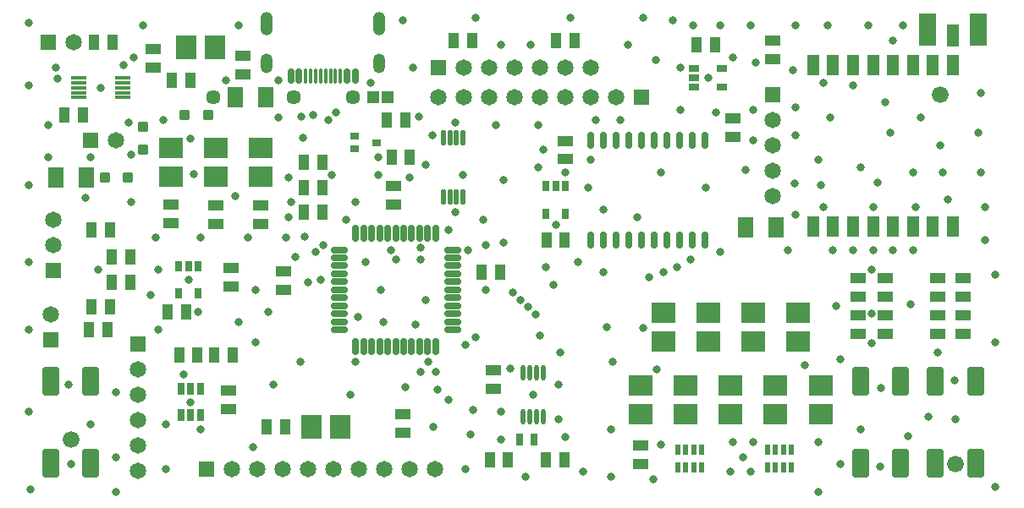
<source format=gts>
G04*
G04 #@! TF.GenerationSoftware,Altium Limited,Altium Designer,21.6.1 (37)*
G04*
G04 Layer_Color=8388736*
%FSLAX44Y44*%
%MOMM*%
G71*
G04*
G04 #@! TF.SameCoordinates,E457EF80-1144-4942-8A44-04504F566FFE*
G04*
G04*
G04 #@! TF.FilePolarity,Negative*
G04*
G01*
G75*
G04:AMPARAMS|DCode=45|XSize=2.85mm|YSize=1.74mm|CornerRadius=0.2737mm|HoleSize=0mm|Usage=FLASHONLY|Rotation=90.000|XOffset=0mm|YOffset=0mm|HoleType=Round|Shape=RoundedRectangle|*
%AMROUNDEDRECTD45*
21,1,2.8500,1.1925,0,0,90.0*
21,1,2.3025,1.7400,0,0,90.0*
1,1,0.5475,0.5963,1.1513*
1,1,0.5475,0.5963,-1.1513*
1,1,0.5475,-0.5963,-1.1513*
1,1,0.5475,-0.5963,1.1513*
%
%ADD45ROUNDEDRECTD45*%
G04:AMPARAMS|DCode=46|XSize=1.62mm|YSize=0.6mm|CornerRadius=0.1313mm|HoleSize=0mm|Usage=FLASHONLY|Rotation=270.000|XOffset=0mm|YOffset=0mm|HoleType=Round|Shape=RoundedRectangle|*
%AMROUNDEDRECTD46*
21,1,1.6200,0.3375,0,0,270.0*
21,1,1.3575,0.6000,0,0,270.0*
1,1,0.2625,-0.1688,-0.6788*
1,1,0.2625,-0.1688,0.6788*
1,1,0.2625,0.1688,0.6788*
1,1,0.2625,0.1688,-0.6788*
%
%ADD46ROUNDEDRECTD46*%
G04:AMPARAMS|DCode=47|XSize=1.62mm|YSize=0.6mm|CornerRadius=0.1313mm|HoleSize=0mm|Usage=FLASHONLY|Rotation=0.000|XOffset=0mm|YOffset=0mm|HoleType=Round|Shape=RoundedRectangle|*
%AMROUNDEDRECTD47*
21,1,1.6200,0.3375,0,0,0.0*
21,1,1.3575,0.6000,0,0,0.0*
1,1,0.2625,0.6788,-0.1688*
1,1,0.2625,-0.6788,-0.1688*
1,1,0.2625,-0.6788,0.1688*
1,1,0.2625,0.6788,0.1688*
%
%ADD47ROUNDEDRECTD47*%
%ADD48O,1.5500X0.3950*%
G04:AMPARAMS|DCode=49|XSize=1.25mm|YSize=0.75mm|CornerRadius=0.105mm|HoleSize=0mm|Usage=FLASHONLY|Rotation=270.000|XOffset=0mm|YOffset=0mm|HoleType=Round|Shape=RoundedRectangle|*
%AMROUNDEDRECTD49*
21,1,1.2500,0.5400,0,0,270.0*
21,1,1.0400,0.7500,0,0,270.0*
1,1,0.2100,-0.2700,-0.5200*
1,1,0.2100,-0.2700,0.5200*
1,1,0.2100,0.2700,0.5200*
1,1,0.2100,0.2700,-0.5200*
%
%ADD49ROUNDEDRECTD49*%
%ADD50O,0.5000X1.5500*%
%ADD51O,0.7000X1.7500*%
%ADD52O,0.5300X1.5500*%
%ADD53R,1.1500X2.1500*%
%ADD54R,1.1000X0.7500*%
%ADD55R,0.9500X0.7000*%
%ADD56R,0.7500X1.2000*%
%ADD57R,0.7500X1.1000*%
%ADD58R,0.6000X1.1000*%
%ADD59R,1.5000X1.1000*%
%ADD60R,1.1000X1.5000*%
%ADD61R,1.2000X1.1500*%
G04:AMPARAMS|DCode=62|XSize=1.45mm|YSize=0.65mm|CornerRadius=0.1375mm|HoleSize=0mm|Usage=FLASHONLY|Rotation=270.000|XOffset=0mm|YOffset=0mm|HoleType=Round|Shape=RoundedRectangle|*
%AMROUNDEDRECTD62*
21,1,1.4500,0.3750,0,0,270.0*
21,1,1.1750,0.6500,0,0,270.0*
1,1,0.2750,-0.1875,-0.5875*
1,1,0.2750,-0.1875,0.5875*
1,1,0.2750,0.1875,0.5875*
1,1,0.2750,0.1875,-0.5875*
%
%ADD62ROUNDEDRECTD62*%
G04:AMPARAMS|DCode=63|XSize=1.45mm|YSize=0.38mm|CornerRadius=0.1038mm|HoleSize=0mm|Usage=FLASHONLY|Rotation=270.000|XOffset=0mm|YOffset=0mm|HoleType=Round|Shape=RoundedRectangle|*
%AMROUNDEDRECTD63*
21,1,1.4500,0.1725,0,0,270.0*
21,1,1.2425,0.3800,0,0,270.0*
1,1,0.2075,-0.0863,-0.6213*
1,1,0.2075,-0.0863,0.6213*
1,1,0.2075,0.0863,0.6213*
1,1,0.2075,0.0863,-0.6213*
%
%ADD63ROUNDEDRECTD63*%
%ADD64R,1.5000X2.0000*%
%ADD65R,1.6740X3.3140*%
%ADD66R,1.1660X2.1820*%
%ADD67R,2.4500X2.0000*%
%ADD68R,2.0000X2.4500*%
G04:AMPARAMS|DCode=69|XSize=0.95mm|YSize=1.05mm|CornerRadius=0.115mm|HoleSize=0mm|Usage=FLASHONLY|Rotation=180.000|XOffset=0mm|YOffset=0mm|HoleType=Round|Shape=RoundedRectangle|*
%AMROUNDEDRECTD69*
21,1,0.9500,0.8200,0,0,180.0*
21,1,0.7200,1.0500,0,0,180.0*
1,1,0.2300,-0.3600,0.4100*
1,1,0.2300,0.3600,0.4100*
1,1,0.2300,0.3600,-0.4100*
1,1,0.2300,-0.3600,-0.4100*
%
%ADD69ROUNDEDRECTD69*%
G04:AMPARAMS|DCode=70|XSize=0.95mm|YSize=1.05mm|CornerRadius=0.115mm|HoleSize=0mm|Usage=FLASHONLY|Rotation=90.000|XOffset=0mm|YOffset=0mm|HoleType=Round|Shape=RoundedRectangle|*
%AMROUNDEDRECTD70*
21,1,0.9500,0.8200,0,0,90.0*
21,1,0.7200,1.0500,0,0,90.0*
1,1,0.2300,0.4100,0.3600*
1,1,0.2300,0.4100,-0.3600*
1,1,0.2300,-0.4100,-0.3600*
1,1,0.2300,-0.4100,0.3600*
%
%ADD70ROUNDEDRECTD70*%
%ADD71C,1.6740*%
%ADD72R,1.6500X1.6500*%
%ADD73C,1.6500*%
%ADD74R,1.6500X1.6500*%
G04:AMPARAMS|DCode=75|XSize=1.95mm|YSize=1.25mm|CornerRadius=0.625mm|HoleSize=0mm|Usage=FLASHONLY|Rotation=270.000|XOffset=0mm|YOffset=0mm|HoleType=Round|Shape=RoundedRectangle|*
%AMROUNDEDRECTD75*
21,1,1.9500,0.0000,0,0,270.0*
21,1,0.7000,1.2500,0,0,270.0*
1,1,1.2500,0.0000,-0.3500*
1,1,1.2500,0.0000,0.3500*
1,1,1.2500,0.0000,0.3500*
1,1,1.2500,0.0000,-0.3500*
%
%ADD75ROUNDEDRECTD75*%
G04:AMPARAMS|DCode=76|XSize=2.35mm|YSize=1.25mm|CornerRadius=0.625mm|HoleSize=0mm|Usage=FLASHONLY|Rotation=270.000|XOffset=0mm|YOffset=0mm|HoleType=Round|Shape=RoundedRectangle|*
%AMROUNDEDRECTD76*
21,1,2.3500,0.0000,0,0,270.0*
21,1,1.1000,1.2500,0,0,270.0*
1,1,1.2500,0.0000,-0.5500*
1,1,1.2500,0.0000,0.5500*
1,1,1.2500,0.0000,0.5500*
1,1,1.2500,0.0000,-0.5500*
%
%ADD76ROUNDEDRECTD76*%
%ADD77C,0.8000*%
%ADD78C,1.4500*%
D45*
X77500Y126000D02*
D03*
Y43750D02*
D03*
X37500D02*
D03*
Y126000D02*
D03*
X922500Y44000D02*
D03*
Y126250D02*
D03*
X962500D02*
D03*
Y44000D02*
D03*
X847500D02*
D03*
Y126250D02*
D03*
X887500D02*
D03*
Y44000D02*
D03*
D46*
X422500Y160800D02*
D03*
X414500D02*
D03*
X406500D02*
D03*
X398500D02*
D03*
X390500D02*
D03*
X382500D02*
D03*
X374500D02*
D03*
X366500D02*
D03*
X358500D02*
D03*
X350500D02*
D03*
X342500D02*
D03*
Y274200D02*
D03*
X350500D02*
D03*
X358500D02*
D03*
X366500D02*
D03*
X374500D02*
D03*
X382500D02*
D03*
X390500D02*
D03*
X398500D02*
D03*
X406500D02*
D03*
X414500D02*
D03*
X422500D02*
D03*
D47*
X439200Y257500D02*
D03*
Y249500D02*
D03*
Y241500D02*
D03*
Y233500D02*
D03*
Y225500D02*
D03*
Y217500D02*
D03*
Y209500D02*
D03*
Y201500D02*
D03*
Y193500D02*
D03*
Y185500D02*
D03*
Y177500D02*
D03*
X325800D02*
D03*
Y185500D02*
D03*
Y193500D02*
D03*
Y201500D02*
D03*
Y209500D02*
D03*
Y217500D02*
D03*
Y225500D02*
D03*
Y233500D02*
D03*
Y241500D02*
D03*
Y249500D02*
D03*
Y257500D02*
D03*
D48*
X109500Y410000D02*
D03*
Y415000D02*
D03*
Y420000D02*
D03*
Y425000D02*
D03*
Y430000D02*
D03*
X65500Y410000D02*
D03*
Y415000D02*
D03*
Y420000D02*
D03*
Y425000D02*
D03*
Y430000D02*
D03*
D49*
X520732Y67593D02*
D03*
X506732D02*
D03*
D50*
X529750Y90500D02*
D03*
X523250D02*
D03*
X516750D02*
D03*
X510250D02*
D03*
X529750Y134500D02*
D03*
X523250D02*
D03*
X516750D02*
D03*
X510250D02*
D03*
D51*
X577850Y267500D02*
D03*
X590550D02*
D03*
X603250D02*
D03*
X615950D02*
D03*
X628650D02*
D03*
X641350D02*
D03*
X654050D02*
D03*
X666750D02*
D03*
X679450D02*
D03*
X692150D02*
D03*
X577850Y367500D02*
D03*
X590550D02*
D03*
X603250D02*
D03*
X615950D02*
D03*
X628650D02*
D03*
X641350D02*
D03*
X654050D02*
D03*
X666750D02*
D03*
X679450D02*
D03*
X692150D02*
D03*
D52*
X449750Y369500D02*
D03*
X443250D02*
D03*
X436750D02*
D03*
X430250D02*
D03*
X449750Y310500D02*
D03*
X443250D02*
D03*
X436750D02*
D03*
X430250D02*
D03*
D53*
X840000Y280499D02*
D03*
X860000D02*
D03*
X880000D02*
D03*
X900000D02*
D03*
X920000D02*
D03*
X940000D02*
D03*
Y442500D02*
D03*
X920000D02*
D03*
X900000D02*
D03*
X880000D02*
D03*
X860000D02*
D03*
X840000D02*
D03*
X820000D02*
D03*
X800000D02*
D03*
X820000Y280499D02*
D03*
X800000D02*
D03*
D54*
X708750Y420500D02*
D03*
X681250D02*
D03*
Y430000D02*
D03*
Y439500D02*
D03*
X708750D02*
D03*
D55*
X341750Y371500D02*
D03*
Y358500D02*
D03*
X363250Y365000D02*
D03*
D56*
X187000Y91750D02*
D03*
X177500D02*
D03*
X168000D02*
D03*
Y118250D02*
D03*
X177500D02*
D03*
X187000D02*
D03*
D57*
X533000Y293750D02*
D03*
Y321250D02*
D03*
X542500D02*
D03*
X552000D02*
D03*
Y293750D02*
D03*
X165500Y213750D02*
D03*
Y241250D02*
D03*
X175000D02*
D03*
X184500D02*
D03*
Y213750D02*
D03*
D58*
X688500Y57500D02*
D03*
X680500D02*
D03*
X672500D02*
D03*
X664500D02*
D03*
X688500Y39500D02*
D03*
X680500D02*
D03*
X672500D02*
D03*
X664500D02*
D03*
X778500Y57500D02*
D03*
X770500D02*
D03*
X762500D02*
D03*
X754500D02*
D03*
X778500Y39500D02*
D03*
X770500D02*
D03*
X762500D02*
D03*
X754500D02*
D03*
D59*
X627500Y43250D02*
D03*
Y61750D02*
D03*
X925000Y210750D02*
D03*
Y229250D02*
D03*
X845000Y210750D02*
D03*
Y229250D02*
D03*
X925000Y173250D02*
D03*
Y191750D02*
D03*
X950000D02*
D03*
Y173250D02*
D03*
X845000Y191750D02*
D03*
Y173250D02*
D03*
X872500Y191750D02*
D03*
Y173250D02*
D03*
X202500Y283250D02*
D03*
Y301750D02*
D03*
X157500Y284000D02*
D03*
Y302500D02*
D03*
X247500Y283250D02*
D03*
Y301750D02*
D03*
X230000Y451750D02*
D03*
Y433250D02*
D03*
X480000Y118250D02*
D03*
Y136750D02*
D03*
X950000Y210750D02*
D03*
Y229250D02*
D03*
X872500Y210750D02*
D03*
Y229250D02*
D03*
X760000Y448250D02*
D03*
Y466750D02*
D03*
X720000Y370750D02*
D03*
Y389250D02*
D03*
X380000Y321750D02*
D03*
Y303250D02*
D03*
X215000Y98250D02*
D03*
Y116750D02*
D03*
X390000Y74000D02*
D03*
Y92500D02*
D03*
X270000Y217500D02*
D03*
Y236000D02*
D03*
X140000Y458500D02*
D03*
Y440000D02*
D03*
X552500Y366750D02*
D03*
Y348250D02*
D03*
X217500Y220750D02*
D03*
Y239250D02*
D03*
D60*
X253250Y80000D02*
D03*
X271750D02*
D03*
X561750Y467500D02*
D03*
X543250D02*
D03*
X440750D02*
D03*
X459250D02*
D03*
X200750Y152500D02*
D03*
X219250D02*
D03*
X391750Y387500D02*
D03*
X373250D02*
D03*
X290750Y345000D02*
D03*
X309250D02*
D03*
X290750Y320000D02*
D03*
X309250D02*
D03*
Y295000D02*
D03*
X290750D02*
D03*
X78250Y277500D02*
D03*
X96750D02*
D03*
X98250Y250000D02*
D03*
X116750D02*
D03*
X96750Y200000D02*
D03*
X78250D02*
D03*
X99250Y465000D02*
D03*
X80750D02*
D03*
X75750Y177500D02*
D03*
X94250D02*
D03*
X551000Y47500D02*
D03*
X532500D02*
D03*
X476500D02*
D03*
X495000D02*
D03*
X378250Y350000D02*
D03*
X396750D02*
D03*
X701750Y462500D02*
D03*
X683250D02*
D03*
X184250Y152500D02*
D03*
X165750D02*
D03*
X468250Y235000D02*
D03*
X486750D02*
D03*
X116750Y225000D02*
D03*
X98250D02*
D03*
X69250Y392500D02*
D03*
X50750D02*
D03*
X177250Y427500D02*
D03*
X158750D02*
D03*
X533250Y267500D02*
D03*
X551750D02*
D03*
X154000Y195000D02*
D03*
X172500D02*
D03*
D61*
X374750Y410000D02*
D03*
X360250D02*
D03*
D62*
X341800Y431500D02*
D03*
X333800D02*
D03*
X285800D02*
D03*
X277800D02*
D03*
D63*
X317300D02*
D03*
X312300D02*
D03*
X302300D02*
D03*
X292300D02*
D03*
X327300D02*
D03*
X322300D02*
D03*
X307300D02*
D03*
X297300D02*
D03*
D64*
X732250Y280000D02*
D03*
X762750D02*
D03*
X222000Y410000D02*
D03*
X252500D02*
D03*
X42250Y330000D02*
D03*
X72750D02*
D03*
D65*
X965400Y478160D02*
D03*
X914600D02*
D03*
D66*
X940000Y472500D02*
D03*
D67*
X807500Y121750D02*
D03*
Y93250D02*
D03*
X785000Y194250D02*
D03*
Y165750D02*
D03*
X762500Y121750D02*
D03*
Y93250D02*
D03*
X740000Y194250D02*
D03*
Y165750D02*
D03*
X717500Y121750D02*
D03*
Y93250D02*
D03*
X627500Y121750D02*
D03*
Y93250D02*
D03*
X695000Y194250D02*
D03*
Y165750D02*
D03*
X672500Y121750D02*
D03*
Y93250D02*
D03*
X650000Y194250D02*
D03*
Y165750D02*
D03*
X202500Y359250D02*
D03*
Y330750D02*
D03*
X157500Y359250D02*
D03*
Y330750D02*
D03*
X247500Y359250D02*
D03*
Y330750D02*
D03*
D68*
X326750Y80000D02*
D03*
X298250D02*
D03*
X173250Y460000D02*
D03*
X201750D02*
D03*
D69*
X194500Y392500D02*
D03*
X171500D02*
D03*
X114500Y330000D02*
D03*
X91500D02*
D03*
D70*
X130000Y358000D02*
D03*
Y381000D02*
D03*
D71*
X57500Y67500D02*
D03*
X927500Y412500D02*
D03*
X942500Y42500D02*
D03*
D72*
X37500Y167100D02*
D03*
X40000Y237100D02*
D03*
X760000Y412900D02*
D03*
X125000Y162900D02*
D03*
D73*
X37500Y192500D02*
D03*
X40000Y262500D02*
D03*
Y287900D02*
D03*
X60400Y465000D02*
D03*
X760000Y311300D02*
D03*
Y336700D02*
D03*
Y362100D02*
D03*
Y387500D02*
D03*
X243800Y37500D02*
D03*
X421600D02*
D03*
X396200D02*
D03*
X370800D02*
D03*
X345400D02*
D03*
X320000D02*
D03*
X294600D02*
D03*
X269200D02*
D03*
X218400D02*
D03*
X577500Y410000D02*
D03*
X552100D02*
D03*
X526700D02*
D03*
X501300D02*
D03*
X475900D02*
D03*
X450500D02*
D03*
X425100D02*
D03*
X602900D02*
D03*
X577500Y440000D02*
D03*
X552100D02*
D03*
X526700D02*
D03*
X501300D02*
D03*
X450500D02*
D03*
X475900D02*
D03*
X102500Y367500D02*
D03*
X125000Y137500D02*
D03*
Y112100D02*
D03*
Y86700D02*
D03*
Y61300D02*
D03*
Y35900D02*
D03*
D74*
X35000Y465000D02*
D03*
X193000Y37500D02*
D03*
X628300Y410000D02*
D03*
X425100Y440000D02*
D03*
X77100Y367500D02*
D03*
D75*
X366000Y444000D02*
D03*
X253600D02*
D03*
D76*
X366000Y484000D02*
D03*
X253600D02*
D03*
D77*
X300000Y392500D02*
D03*
X288022Y390492D02*
D03*
X455000Y257500D02*
D03*
X295000Y225000D02*
D03*
X315000Y387500D02*
D03*
X44297Y429297D02*
D03*
X42500Y440000D02*
D03*
X407500Y247500D02*
D03*
Y260000D02*
D03*
X415000Y145000D02*
D03*
X422500Y135000D02*
D03*
X407500D02*
D03*
X894997Y70560D02*
D03*
X915000Y90000D02*
D03*
X629781Y179590D02*
D03*
X593878Y179887D02*
D03*
X527152Y171731D02*
D03*
X497161Y138446D02*
D03*
X635872Y229929D02*
D03*
X650285Y234963D02*
D03*
X663984Y240155D02*
D03*
X677619Y247619D02*
D03*
X624498Y290370D02*
D03*
X180113Y332888D02*
D03*
X405377Y390777D02*
D03*
X419636Y372334D02*
D03*
X365413Y332604D02*
D03*
X396399Y329567D02*
D03*
X791730Y142291D02*
D03*
X643377Y138075D02*
D03*
X149815Y387392D02*
D03*
X177275Y368646D02*
D03*
X222362Y311268D02*
D03*
X275000Y290000D02*
D03*
X291352Y270376D02*
D03*
X282500Y250000D02*
D03*
X435000Y277500D02*
D03*
X982500Y232500D02*
D03*
X858594Y237675D02*
D03*
X822733Y201300D02*
D03*
X858844Y164290D02*
D03*
X858855Y193242D02*
D03*
X357500Y425000D02*
D03*
X265000Y427500D02*
D03*
X390000Y487500D02*
D03*
X462500Y490000D02*
D03*
X557500D02*
D03*
X630000D02*
D03*
X660000Y487500D02*
D03*
X577500Y347500D02*
D03*
X530000Y357500D02*
D03*
X542500Y282500D02*
D03*
X575000Y320000D02*
D03*
X525000Y382500D02*
D03*
X490000Y265000D02*
D03*
X472500Y217500D02*
D03*
X775000Y257500D02*
D03*
X392192Y119853D02*
D03*
X424692Y117353D02*
D03*
X827500Y147500D02*
D03*
X897500Y202500D02*
D03*
X545000Y122500D02*
D03*
X925000Y155000D02*
D03*
X847500Y77500D02*
D03*
X972500Y267500D02*
D03*
X781625Y324045D02*
D03*
X732500Y337500D02*
D03*
X680000Y482500D02*
D03*
X695000Y430000D02*
D03*
X177500Y105000D02*
D03*
X318759Y332389D02*
D03*
X365000Y350000D02*
D03*
X520000Y112500D02*
D03*
X87500Y420000D02*
D03*
X175000Y227500D02*
D03*
X450000Y332500D02*
D03*
X487500Y462500D02*
D03*
X517500D02*
D03*
X615000D02*
D03*
X642500Y447500D02*
D03*
X740000Y367500D02*
D03*
Y397500D02*
D03*
X702500Y395000D02*
D03*
X707500Y482500D02*
D03*
X720000Y450000D02*
D03*
X742500Y445000D02*
D03*
X737500Y482500D02*
D03*
X782500D02*
D03*
X815000D02*
D03*
X855000D02*
D03*
X890000D02*
D03*
X880000Y467500D02*
D03*
X780000Y437500D02*
D03*
X782500Y372500D02*
D03*
Y400000D02*
D03*
X810000Y425000D02*
D03*
X872500Y405000D02*
D03*
X805000Y347500D02*
D03*
X817500Y390000D02*
D03*
X877500Y375000D02*
D03*
X907500Y390000D02*
D03*
X967500Y415000D02*
D03*
X847500Y340000D02*
D03*
X927500Y362500D02*
D03*
X965000Y375000D02*
D03*
X930000Y335000D02*
D03*
X967500D02*
D03*
X972500Y300000D02*
D03*
X935000Y307500D02*
D03*
X900000Y335000D02*
D03*
X810000Y300000D02*
D03*
X902500D02*
D03*
X860000D02*
D03*
X865000Y325000D02*
D03*
X807500Y322500D02*
D03*
X782500Y292500D02*
D03*
X982500Y165000D02*
D03*
Y20000D02*
D03*
X942004Y126697D02*
D03*
X942615Y88189D02*
D03*
X867648Y119450D02*
D03*
X867500Y40000D02*
D03*
X805000Y15000D02*
D03*
X827500Y42500D02*
D03*
X805000Y65000D02*
D03*
X737500Y35000D02*
D03*
X717500D02*
D03*
X720000Y65000D02*
D03*
X740000D02*
D03*
X647500Y62500D02*
D03*
X640000Y27500D02*
D03*
X730000Y50000D02*
D03*
X597500Y77500D02*
D03*
X552500Y70000D02*
D03*
X570000Y35000D02*
D03*
X512500Y30000D02*
D03*
X452500Y37500D02*
D03*
X460000Y97500D02*
D03*
X487500Y67500D02*
D03*
X457500Y72500D02*
D03*
X487500Y95000D02*
D03*
X545000Y87500D02*
D03*
X597500Y30000D02*
D03*
X600000Y145000D02*
D03*
X547500Y155000D02*
D03*
X707500Y255000D02*
D03*
X692500Y320000D02*
D03*
X647500Y335000D02*
D03*
X590000Y297500D02*
D03*
Y235000D02*
D03*
X565000Y245000D02*
D03*
X532500Y240000D02*
D03*
X290000Y370000D02*
D03*
X275000Y330000D02*
D03*
X342500Y305000D02*
D03*
X377500Y257500D02*
D03*
X352500Y245000D02*
D03*
X345000Y190000D02*
D03*
X370000Y185000D02*
D03*
X402500Y182500D02*
D03*
X412500Y207500D02*
D03*
X420000Y80000D02*
D03*
X212500Y427500D02*
D03*
X265000Y390000D02*
D03*
X225000Y482500D02*
D03*
X130000D02*
D03*
X400000Y440000D02*
D03*
X490000Y327500D02*
D03*
X482500Y382500D02*
D03*
X84768Y237378D02*
D03*
X145000Y237500D02*
D03*
X137500Y212500D02*
D03*
X145000Y177500D02*
D03*
X170000Y132500D02*
D03*
X152500Y82500D02*
D03*
Y37500D02*
D03*
X240000Y60000D02*
D03*
X337500Y112500D02*
D03*
X242500Y165000D02*
D03*
Y217500D02*
D03*
X225000Y185000D02*
D03*
X255000Y195000D02*
D03*
X260000Y122500D02*
D03*
X287500Y145000D02*
D03*
X102500Y115000D02*
D03*
Y50000D02*
D03*
X57500Y42500D02*
D03*
X55000Y122500D02*
D03*
X77500Y82500D02*
D03*
X102500Y15000D02*
D03*
X17500Y17500D02*
D03*
X15000Y95000D02*
D03*
Y177500D02*
D03*
Y245000D02*
D03*
Y322500D02*
D03*
Y422500D02*
D03*
Y485000D02*
D03*
X35000Y382500D02*
D03*
X72500Y310000D02*
D03*
X115000Y385000D02*
D03*
X117500Y352500D02*
D03*
X77500Y350000D02*
D03*
X35000D02*
D03*
X117500Y305000D02*
D03*
X272500Y270000D02*
D03*
X582500Y387500D02*
D03*
X472500Y262500D02*
D03*
X442500Y295000D02*
D03*
X310000Y262500D02*
D03*
X470000Y287500D02*
D03*
X412500Y342500D02*
D03*
X332500Y287500D02*
D03*
X462500Y170000D02*
D03*
X302500Y255000D02*
D03*
X880000Y257500D02*
D03*
X900000D02*
D03*
X860000D02*
D03*
X367500Y217500D02*
D03*
X435000Y107500D02*
D03*
X607500Y387500D02*
D03*
X442500Y385000D02*
D03*
X840000Y257500D02*
D03*
X820000D02*
D03*
X667500Y397500D02*
D03*
X525000Y340000D02*
D03*
X452500Y162500D02*
D03*
X522500Y192500D02*
D03*
X515000Y200000D02*
D03*
X507500Y207500D02*
D03*
X540000Y222500D02*
D03*
X500000Y215000D02*
D03*
X840000Y422500D02*
D03*
X552500Y335000D02*
D03*
X667500Y440000D02*
D03*
X277500Y305000D02*
D03*
X382500Y247500D02*
D03*
X142500Y270000D02*
D03*
X187500D02*
D03*
X235000D02*
D03*
X120000Y450000D02*
D03*
X342500Y145000D02*
D03*
X307500Y227500D02*
D03*
X185000Y195000D02*
D03*
X187500Y77500D02*
D03*
X110000Y442500D02*
D03*
X322500Y395000D02*
D03*
D78*
X340000Y410000D02*
D03*
X200000D02*
D03*
X280000D02*
D03*
M02*

</source>
